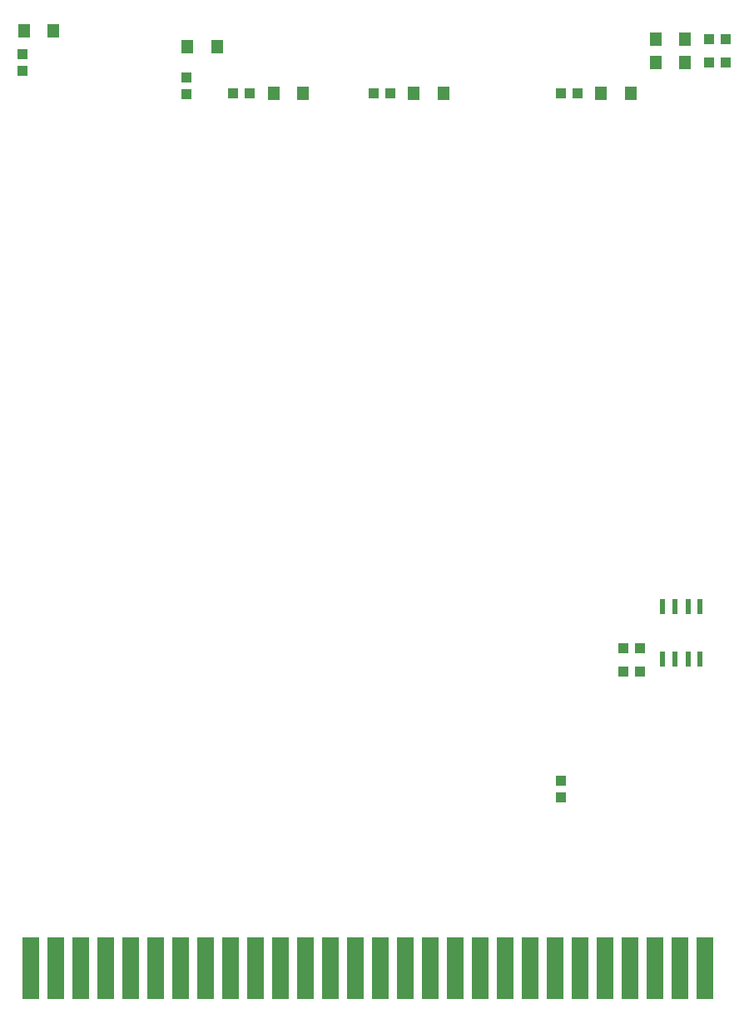
<source format=gtp>
G75*
%MOIN*%
%OFA0B0*%
%FSLAX25Y25*%
%IPPOS*%
%LPD*%
%AMOC8*
5,1,8,0,0,1.08239X$1,22.5*
%
%ADD10R,0.04724X0.05512*%
%ADD11R,0.03937X0.04331*%
%ADD12R,0.04331X0.03937*%
%ADD13R,0.06500X0.25000*%
%ADD14R,0.02362X0.06102*%
D10*
X0184573Y0396433D03*
X0196384Y0396433D03*
X0162009Y0415183D03*
X0150198Y0415183D03*
X0096384Y0421433D03*
X0084573Y0421433D03*
X0240823Y0396433D03*
X0252634Y0396433D03*
X0315823Y0396433D03*
X0327634Y0396433D03*
X0337698Y0408933D03*
X0337698Y0418308D03*
X0349509Y0418308D03*
X0349509Y0408933D03*
D11*
X0149853Y0402905D03*
X0149853Y0396212D03*
X0084228Y0405587D03*
X0084228Y0412280D03*
X0299853Y0121655D03*
X0299853Y0114962D03*
D12*
X0324632Y0165183D03*
X0331325Y0165183D03*
X0331325Y0174558D03*
X0324632Y0174558D03*
X0306325Y0396433D03*
X0299632Y0396433D03*
X0359007Y0408933D03*
X0365700Y0408933D03*
X0365700Y0418308D03*
X0359007Y0418308D03*
X0231325Y0396433D03*
X0224632Y0396433D03*
X0175075Y0396433D03*
X0168382Y0396433D03*
D13*
X0087478Y0046433D03*
X0097478Y0046433D03*
X0107478Y0046433D03*
X0117478Y0046433D03*
X0127478Y0046433D03*
X0137478Y0046433D03*
X0147478Y0046433D03*
X0157478Y0046433D03*
X0167478Y0046433D03*
X0177478Y0046433D03*
X0187478Y0046433D03*
X0197478Y0046433D03*
X0207478Y0046433D03*
X0217478Y0046433D03*
X0227478Y0046433D03*
X0237478Y0046433D03*
X0247478Y0046433D03*
X0257478Y0046433D03*
X0267478Y0046433D03*
X0277478Y0046433D03*
X0287478Y0046433D03*
X0297478Y0046433D03*
X0307478Y0046433D03*
X0317478Y0046433D03*
X0327478Y0046433D03*
X0337478Y0046433D03*
X0347478Y0046433D03*
X0357478Y0046433D03*
D14*
X0355557Y0170065D03*
X0350596Y0170065D03*
X0345557Y0170065D03*
X0340557Y0170065D03*
X0340557Y0191285D03*
X0345557Y0191285D03*
X0350596Y0191285D03*
X0355557Y0191325D03*
M02*

</source>
